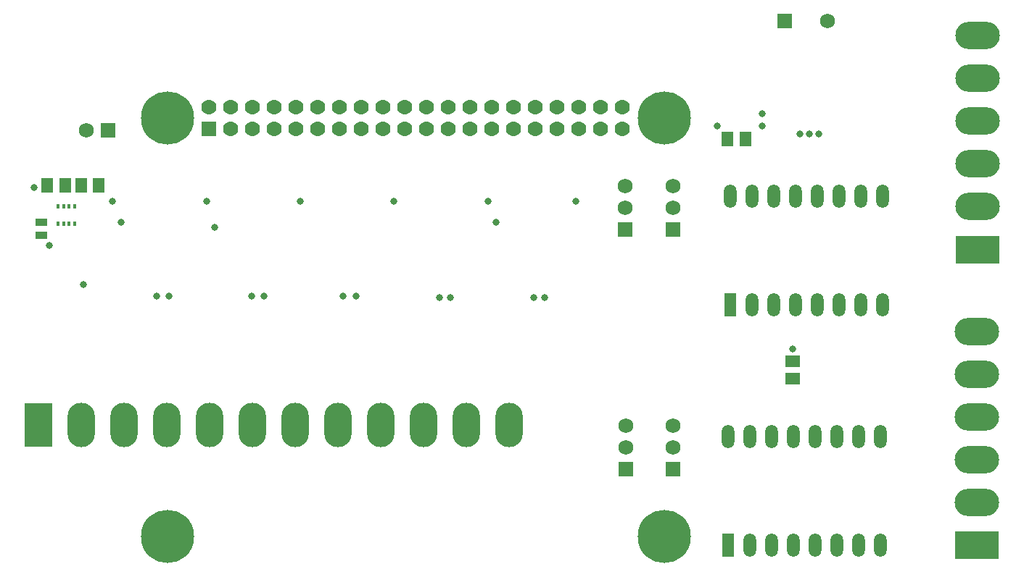
<source format=gbr>
G04*
G04 #@! TF.GenerationSoftware,Altium Limited,Altium Designer,24.0.1 (36)*
G04*
G04 Layer_Color=8388736*
%FSLAX25Y25*%
%MOIN*%
G70*
G04*
G04 #@! TF.SameCoordinates,EAEA65AB-E80B-4046-BB69-B77F90F57262*
G04*
G04*
G04 #@! TF.FilePolarity,Negative*
G04*
G01*
G75*
%ADD14R,0.01378X0.01968*%
%ADD15R,0.05315X0.03740*%
%ADD16R,0.06738X0.05550*%
%ADD17R,0.05550X0.06738*%
%ADD18C,0.06800*%
%ADD19R,0.06800X0.06800*%
%ADD20O,0.20485X0.12611*%
%ADD21R,0.20485X0.12611*%
%ADD22R,0.05800X0.10800*%
%ADD23O,0.05800X0.10800*%
%ADD24R,0.12611X0.20485*%
%ADD25O,0.12611X0.20485*%
%ADD26R,0.06800X0.06800*%
%ADD27C,0.06981*%
%ADD28R,0.06981X0.06981*%
%ADD29C,0.24422*%
%ADD30C,0.03162*%
D14*
X36909Y173721D02*
D03*
X34350D02*
D03*
Y165650D02*
D03*
X36909D02*
D03*
X39469D02*
D03*
X42028D02*
D03*
Y173721D02*
D03*
X39469D02*
D03*
D15*
X26772Y160433D02*
D03*
Y166339D02*
D03*
D16*
X372047Y94288D02*
D03*
Y102562D02*
D03*
D17*
X350394Y204724D02*
D03*
X342119D02*
D03*
X53156Y183465D02*
D03*
X44882D02*
D03*
X29327D02*
D03*
X37602D02*
D03*
D18*
X47244Y208661D02*
D03*
X294881Y172992D02*
D03*
Y182992D02*
D03*
X316928Y172992D02*
D03*
Y182992D02*
D03*
X316929Y62835D02*
D03*
Y72835D02*
D03*
X295276Y62835D02*
D03*
Y72835D02*
D03*
X388145Y259042D02*
D03*
D19*
X57244Y208661D02*
D03*
X368460Y259042D02*
D03*
D20*
X456693Y116142D02*
D03*
Y96457D02*
D03*
Y76772D02*
D03*
Y57087D02*
D03*
Y37402D02*
D03*
X457087Y173622D02*
D03*
Y193307D02*
D03*
Y212992D02*
D03*
Y232677D02*
D03*
Y252362D02*
D03*
D21*
X456693Y17717D02*
D03*
X457087Y153937D02*
D03*
D22*
X342205Y17717D02*
D03*
X343228Y128347D02*
D03*
D23*
X352205Y17717D02*
D03*
X362205D02*
D03*
X372205D02*
D03*
X382205D02*
D03*
X392205D02*
D03*
X402205D02*
D03*
X412205D02*
D03*
X342205Y67716D02*
D03*
X352205D02*
D03*
X362205D02*
D03*
X372205D02*
D03*
X382205D02*
D03*
X392205D02*
D03*
X402205D02*
D03*
X412205D02*
D03*
X413228Y178347D02*
D03*
X403228D02*
D03*
X393228D02*
D03*
X383228D02*
D03*
X373228D02*
D03*
X363228D02*
D03*
X353228D02*
D03*
X343228D02*
D03*
X413228Y128347D02*
D03*
X403228D02*
D03*
X393228D02*
D03*
X383228D02*
D03*
X373228D02*
D03*
X363228D02*
D03*
X353228D02*
D03*
D24*
X25197Y73228D02*
D03*
D25*
X44882D02*
D03*
X64567D02*
D03*
X84252D02*
D03*
X103937D02*
D03*
X123622D02*
D03*
X143307D02*
D03*
X162992D02*
D03*
X182677D02*
D03*
X202362D02*
D03*
X222047D02*
D03*
X241732D02*
D03*
D26*
X294881Y162992D02*
D03*
X316928D02*
D03*
X316929Y52835D02*
D03*
X295276D02*
D03*
D27*
X293839Y219547D02*
D03*
X283839D02*
D03*
X273839D02*
D03*
X263839D02*
D03*
X253839D02*
D03*
X243839D02*
D03*
X233839D02*
D03*
X223839D02*
D03*
X213839D02*
D03*
X203839D02*
D03*
X193839D02*
D03*
X183839D02*
D03*
X173839D02*
D03*
X163839D02*
D03*
X153839D02*
D03*
X143839D02*
D03*
X133839D02*
D03*
X123839D02*
D03*
X113839D02*
D03*
X103839D02*
D03*
X293839Y209547D02*
D03*
X283839D02*
D03*
X273839D02*
D03*
X263839D02*
D03*
X253839D02*
D03*
X243839D02*
D03*
X233839D02*
D03*
X223839D02*
D03*
X213839D02*
D03*
X203839D02*
D03*
X193839D02*
D03*
X183839D02*
D03*
X173839D02*
D03*
X163839D02*
D03*
X153839D02*
D03*
X143839D02*
D03*
X133839D02*
D03*
X123839D02*
D03*
X113839D02*
D03*
D28*
X103839D02*
D03*
D29*
X312992Y21654D02*
D03*
Y214567D02*
D03*
X84646D02*
D03*
Y21654D02*
D03*
D30*
X337402Y210630D02*
D03*
X372047Y108268D02*
D03*
X379528Y207087D02*
D03*
X375197D02*
D03*
X383858D02*
D03*
X357874Y210630D02*
D03*
Y216535D02*
D03*
X272441Y175984D02*
D03*
X209842Y131890D02*
D03*
X253150D02*
D03*
X23228Y182283D02*
D03*
X123228Y132283D02*
D03*
X85433D02*
D03*
X79528D02*
D03*
X257874Y131890D02*
D03*
X214567D02*
D03*
X171260Y132283D02*
D03*
X165354D02*
D03*
X129134D02*
D03*
X235827Y166535D02*
D03*
X106299Y164173D02*
D03*
X63386Y166535D02*
D03*
X30315Y155905D02*
D03*
X231890Y175984D02*
D03*
X188583D02*
D03*
X145669D02*
D03*
X102756D02*
D03*
X59255D02*
D03*
X46063Y137795D02*
D03*
M02*

</source>
